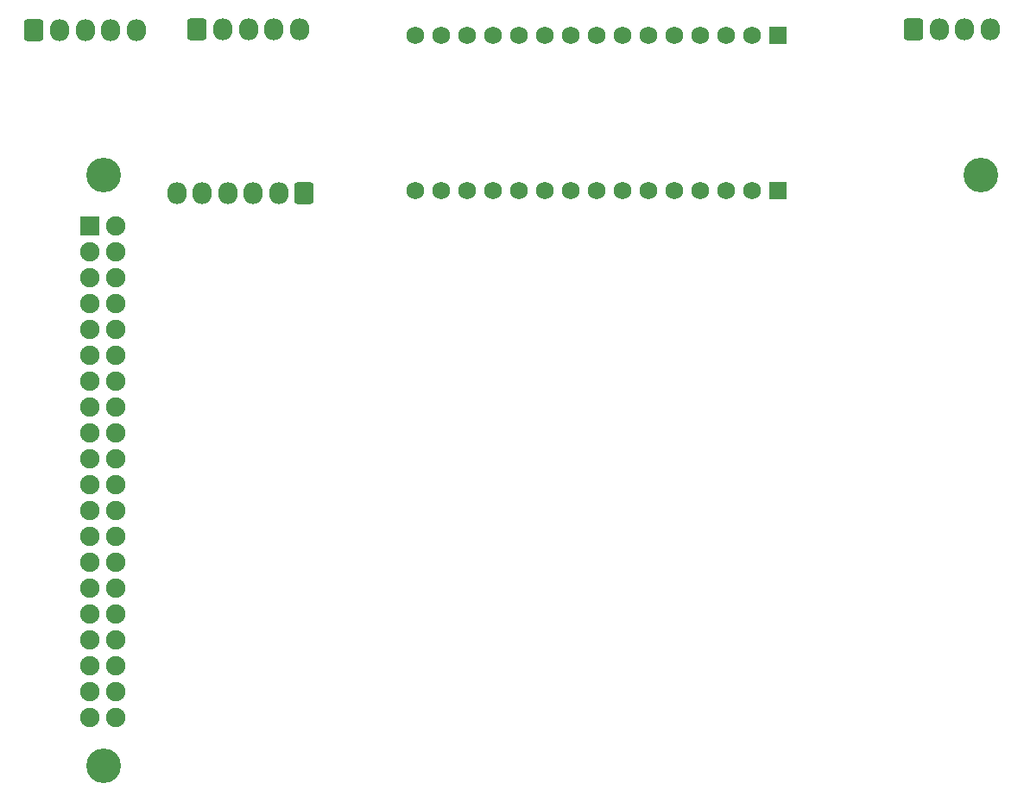
<source format=gbs>
G04 #@! TF.GenerationSoftware,KiCad,Pcbnew,8.0.4*
G04 #@! TF.CreationDate,2024-08-27T21:55:03+09:00*
G04 #@! TF.ProjectId,MDC,4d44432e-6b69-4636-9164-5f7063625858,rev?*
G04 #@! TF.SameCoordinates,Original*
G04 #@! TF.FileFunction,Soldermask,Bot*
G04 #@! TF.FilePolarity,Negative*
%FSLAX46Y46*%
G04 Gerber Fmt 4.6, Leading zero omitted, Abs format (unit mm)*
G04 Created by KiCad (PCBNEW 8.0.4) date 2024-08-27 21:55:03*
%MOMM*%
%LPD*%
G01*
G04 APERTURE LIST*
G04 Aperture macros list*
%AMRoundRect*
0 Rectangle with rounded corners*
0 $1 Rounding radius*
0 $2 $3 $4 $5 $6 $7 $8 $9 X,Y pos of 4 corners*
0 Add a 4 corners polygon primitive as box body*
4,1,4,$2,$3,$4,$5,$6,$7,$8,$9,$2,$3,0*
0 Add four circle primitives for the rounded corners*
1,1,$1+$1,$2,$3*
1,1,$1+$1,$4,$5*
1,1,$1+$1,$6,$7*
1,1,$1+$1,$8,$9*
0 Add four rect primitives between the rounded corners*
20,1,$1+$1,$2,$3,$4,$5,0*
20,1,$1+$1,$4,$5,$6,$7,0*
20,1,$1+$1,$6,$7,$8,$9,0*
20,1,$1+$1,$8,$9,$2,$3,0*%
G04 Aperture macros list end*
%ADD10C,3.400000*%
%ADD11RoundRect,0.279412X-0.670588X-0.795588X0.670588X-0.795588X0.670588X0.795588X-0.670588X0.795588X0*%
%ADD12O,1.900000X2.150000*%
%ADD13RoundRect,0.102000X-0.765000X0.765000X-0.765000X-0.765000X0.765000X-0.765000X0.765000X0.765000X0*%
%ADD14C,1.734000*%
%ADD15RoundRect,0.100000X-0.850000X-0.850000X0.850000X-0.850000X0.850000X0.850000X-0.850000X0.850000X0*%
%ADD16O,1.900000X1.900000*%
%ADD17RoundRect,0.279412X0.670588X0.795588X-0.670588X0.795588X-0.670588X-0.795588X0.670588X-0.795588X0*%
G04 APERTURE END LIST*
D10*
X145850000Y-67230000D03*
D11*
X69000000Y-52975000D03*
D12*
X71500000Y-52975000D03*
X74000000Y-52975000D03*
X76500000Y-52975000D03*
X79000000Y-52975000D03*
D13*
X125940000Y-53500000D03*
D14*
X123400000Y-53500000D03*
X120860000Y-53500000D03*
X118320000Y-53500000D03*
X115780000Y-53500000D03*
X113240000Y-53500000D03*
X110700000Y-53500000D03*
X108160000Y-53500000D03*
X105620000Y-53500000D03*
X103080000Y-53500000D03*
X100540000Y-53500000D03*
X98000000Y-53500000D03*
X95460000Y-53500000D03*
X92920000Y-53500000D03*
X90380000Y-53500000D03*
D13*
X125940000Y-68740000D03*
D14*
X123400000Y-68740000D03*
X120860000Y-68740000D03*
X118320000Y-68740000D03*
X115780000Y-68740000D03*
X113240000Y-68740000D03*
X110700000Y-68740000D03*
X108160000Y-68740000D03*
X105620000Y-68740000D03*
X103080000Y-68740000D03*
X100540000Y-68740000D03*
X98000000Y-68740000D03*
X95460000Y-68740000D03*
X92920000Y-68740000D03*
X90380000Y-68740000D03*
D15*
X58500000Y-72220000D03*
D16*
X61040000Y-72220000D03*
X58500000Y-74760000D03*
X61040000Y-74760000D03*
X58500000Y-77300000D03*
X61040000Y-77300000D03*
X58500000Y-79840000D03*
X61040000Y-79840000D03*
X58500000Y-82380000D03*
X61040000Y-82380000D03*
X58500000Y-84920000D03*
X61040000Y-84920000D03*
X58500000Y-87460000D03*
X61040000Y-87460000D03*
X58500000Y-90000000D03*
X61040000Y-90000000D03*
X58500000Y-92540000D03*
X61040000Y-92540000D03*
X58500000Y-95080000D03*
X61040000Y-95080000D03*
X58500000Y-97620000D03*
X61040000Y-97620000D03*
X58500000Y-100160000D03*
X61040000Y-100160000D03*
X58500000Y-102700000D03*
X61040000Y-102700000D03*
X58500000Y-105240000D03*
X61040000Y-105240000D03*
X58500000Y-107780000D03*
X61040000Y-107780000D03*
X58500000Y-110320000D03*
X61040000Y-110320000D03*
X58500000Y-112860000D03*
X61040000Y-112860000D03*
X58500000Y-115400000D03*
X61040000Y-115400000D03*
X58500000Y-117940000D03*
X61040000Y-117940000D03*
X58500000Y-120480000D03*
X61040000Y-120480000D03*
D11*
X139250000Y-52975000D03*
D12*
X141750000Y-52975000D03*
X144250000Y-52975000D03*
X146750000Y-52975000D03*
D11*
X53000000Y-53000000D03*
D12*
X55500000Y-53000000D03*
X58000000Y-53000000D03*
X60500000Y-53000000D03*
X63000000Y-53000000D03*
D10*
X59850000Y-67230000D03*
D17*
X79500000Y-69000000D03*
D12*
X77000000Y-69000000D03*
X74500000Y-69000000D03*
X72000000Y-69000000D03*
X69500000Y-69000000D03*
X67000000Y-69000000D03*
D10*
X59850000Y-125230000D03*
M02*

</source>
